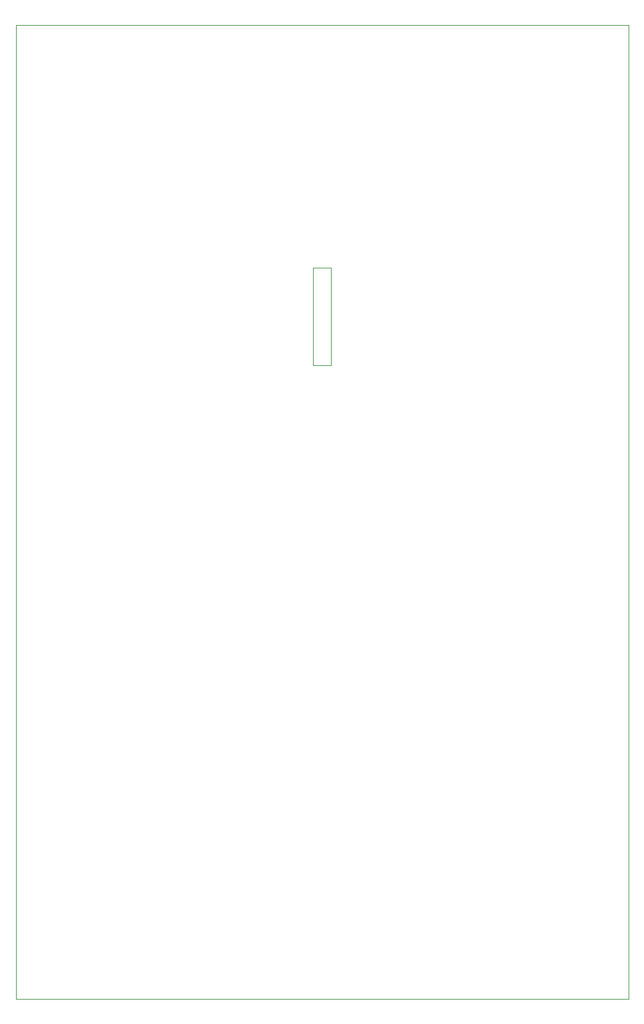
<source format=gm1>
G04 #@! TF.GenerationSoftware,KiCad,Pcbnew,(7.0.0-0)*
G04 #@! TF.CreationDate,2023-03-17T15:47:15-07:00*
G04 #@! TF.ProjectId,Kit-Trig-Sampler-FACEPLATE,4b69742d-5472-4696-972d-53616d706c65,rev?*
G04 #@! TF.SameCoordinates,Original*
G04 #@! TF.FileFunction,Profile,NP*
%FSLAX46Y46*%
G04 Gerber Fmt 4.6, Leading zero omitted, Abs format (unit mm)*
G04 Created by KiCad (PCBNEW (7.0.0-0)) date 2023-03-17 15:47:15*
%MOMM*%
%LPD*%
G01*
G04 APERTURE LIST*
G04 #@! TA.AperFunction,Profile*
%ADD10C,0.100000*%
G04 #@! TD*
G04 APERTURE END LIST*
D10*
X10550000Y-131283800D02*
X91450000Y-131283800D01*
X91450000Y-2783800D02*
X91450000Y-131283800D01*
X10550000Y-2783800D02*
X10550000Y-131283800D01*
X10550000Y-2783800D02*
X91450000Y-2783800D01*
X49780000Y-34850000D02*
X52170000Y-34850000D01*
X52170000Y-34850000D02*
X52170000Y-47720000D01*
X52170000Y-47720000D02*
X49780000Y-47720000D01*
X49780000Y-47720000D02*
X49780000Y-34850000D01*
M02*

</source>
